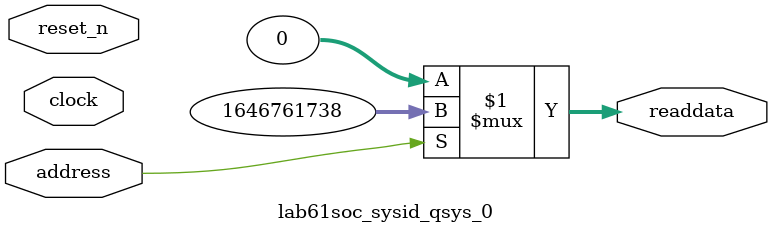
<source format=v>



// synthesis translate_off
`timescale 1ns / 1ps
// synthesis translate_on

// turn off superfluous verilog processor warnings 
// altera message_level Level1 
// altera message_off 10034 10035 10036 10037 10230 10240 10030 

module lab61soc_sysid_qsys_0 (
               // inputs:
                address,
                clock,
                reset_n,

               // outputs:
                readdata
             )
;

  output  [ 31: 0] readdata;
  input            address;
  input            clock;
  input            reset_n;

  wire    [ 31: 0] readdata;
  //control_slave, which is an e_avalon_slave
  assign readdata = address ? 1646761738 : 0;

endmodule



</source>
